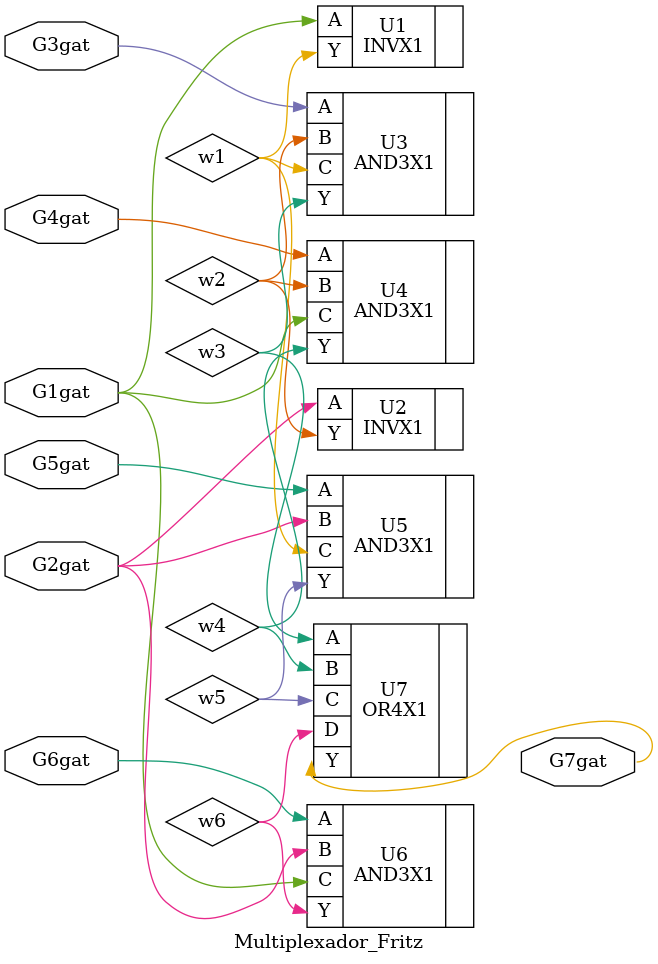
<source format=v>
module Multiplexador_Fritz (
    G1gat, G2gat, G3gat, G4gat, G5gat, G6gat, G7gat );
  input  G1gat, G2gat, G3gat, G4gat, G5gat, G6gat;
  output G7gat ;
  wire w1, w2, w3, w4, w5, w6;

  INVX1     U1(.A(G1gat), .Y(w1));
  INVX1     U2(.A(G2gat), .Y(w2));

  AND3X1    U3(.A(G3gat), .B(w2), .C(w1), .Y(w3));
  AND3X1    U4(.A(G4gat), .B(w2), .C(G1gat), .Y(w4));
  AND3X1    U5(.A(G5gat), .B(G2gat), .C(w1), .Y(w5));
  AND3X1    U6(.A(G6gat), .B(G2gat), .C(G1gat), .Y(w6));

  OR4X1     U7(.A(w3), .B(w4), .C(w5), .D(w6), .Y(G7gat));

endmodule



</source>
